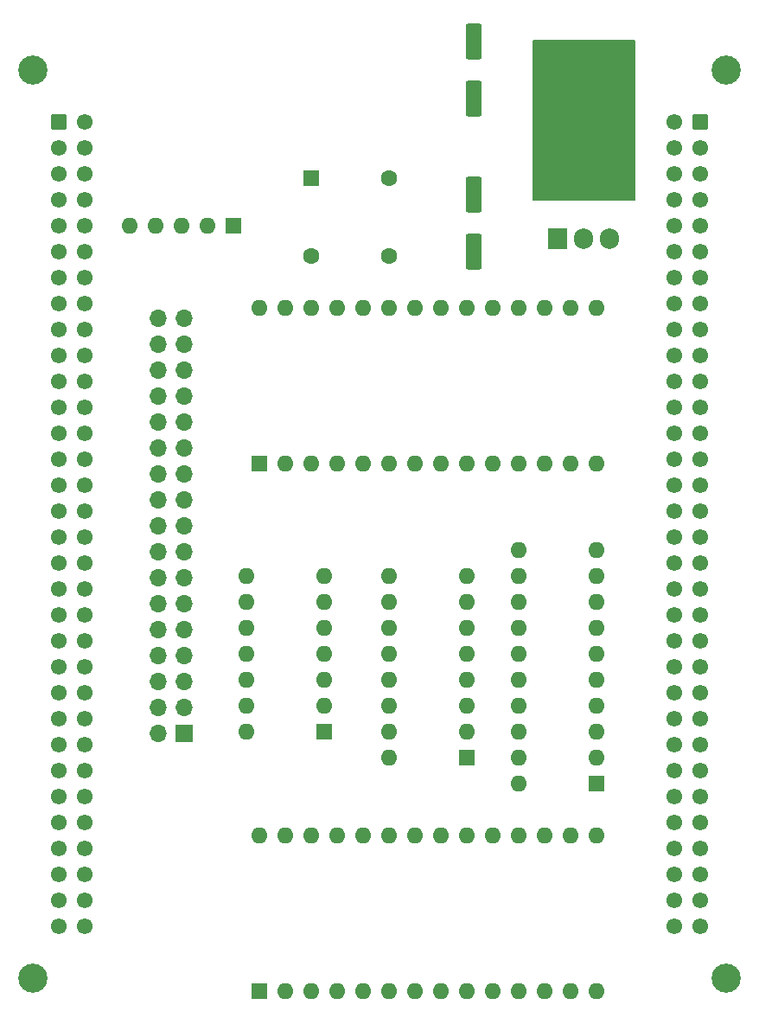
<source format=gts>
%TF.GenerationSoftware,KiCad,Pcbnew,8.0.5+1*%
%TF.CreationDate,2024-11-07T11:26:01+01:00*%
%TF.ProjectId,QL_MiniTrump3,514c5f4d-696e-4695-9472-756d70332e6b,02*%
%TF.SameCoordinates,Original*%
%TF.FileFunction,Soldermask,Top*%
%TF.FilePolarity,Negative*%
%FSLAX46Y46*%
G04 Gerber Fmt 4.6, Leading zero omitted, Abs format (unit mm)*
G04 Created by KiCad (PCBNEW 8.0.5+1) date 2024-11-07 11:26:01*
%MOMM*%
%LPD*%
G01*
G04 APERTURE LIST*
G04 Aperture macros list*
%AMRoundRect*
0 Rectangle with rounded corners*
0 $1 Rounding radius*
0 $2 $3 $4 $5 $6 $7 $8 $9 X,Y pos of 4 corners*
0 Add a 4 corners polygon primitive as box body*
4,1,4,$2,$3,$4,$5,$6,$7,$8,$9,$2,$3,0*
0 Add four circle primitives for the rounded corners*
1,1,$1+$1,$2,$3*
1,1,$1+$1,$4,$5*
1,1,$1+$1,$6,$7*
1,1,$1+$1,$8,$9*
0 Add four rect primitives between the rounded corners*
20,1,$1+$1,$2,$3,$4,$5,0*
20,1,$1+$1,$4,$5,$6,$7,0*
20,1,$1+$1,$6,$7,$8,$9,0*
20,1,$1+$1,$8,$9,$2,$3,0*%
G04 Aperture macros list end*
%ADD10C,0.127000*%
%ADD11O,3.500000X3.500000*%
%ADD12R,1.905000X2.000000*%
%ADD13O,1.905000X2.000000*%
%ADD14R,1.600000X1.600000*%
%ADD15O,1.600000X1.600000*%
%ADD16C,2.850000*%
%ADD17RoundRect,0.249999X-0.525001X0.525001X-0.525001X-0.525001X0.525001X-0.525001X0.525001X0.525001X0*%
%ADD18C,1.550000*%
%ADD19R,1.700000X1.700000*%
%ADD20O,1.700000X1.700000*%
%ADD21RoundRect,0.249999X0.525001X-0.525001X0.525001X0.525001X-0.525001X0.525001X-0.525001X-0.525001X0*%
%ADD22RoundRect,0.250000X-0.550000X1.500000X-0.550000X-1.500000X0.550000X-1.500000X0.550000X1.500000X0*%
%ADD23C,1.600000*%
G04 APERTURE END LIST*
D10*
X179959000Y-46456600D02*
X189890400Y-46456600D01*
X189890400Y-62077600D01*
X179959000Y-62077600D01*
X179959000Y-46456600D01*
G36*
X179959000Y-46456600D02*
G01*
X189890400Y-46456600D01*
X189890400Y-62077600D01*
X179959000Y-62077600D01*
X179959000Y-46456600D01*
G37*
D11*
%TO.C,U18*%
X184912000Y-49253000D03*
D12*
X182372000Y-65913000D03*
D13*
X184912000Y-65913000D03*
X187452000Y-65913000D03*
%TD*%
D14*
%TO.C,U14*%
X153162000Y-139573000D03*
D15*
X155702000Y-139573000D03*
X158242000Y-139573000D03*
X160782000Y-139573000D03*
X163322000Y-139573000D03*
X165862000Y-139573000D03*
X168402000Y-139573000D03*
X170942000Y-139573000D03*
X173482000Y-139573000D03*
X176022000Y-139573000D03*
X178562000Y-139573000D03*
X181102000Y-139573000D03*
X183642000Y-139573000D03*
X186182000Y-139573000D03*
X186182000Y-124333000D03*
X183642000Y-124333000D03*
X181102000Y-124333000D03*
X178562000Y-124333000D03*
X176022000Y-124333000D03*
X173482000Y-124333000D03*
X170942000Y-124333000D03*
X168402000Y-124333000D03*
X165862000Y-124333000D03*
X163322000Y-124333000D03*
X160782000Y-124333000D03*
X158242000Y-124333000D03*
X155702000Y-124333000D03*
X153162000Y-124333000D03*
%TD*%
D16*
%TO.C,J1*%
X130937000Y-138303000D03*
X130937000Y-49403000D03*
D17*
X133477000Y-54483000D03*
D18*
X133477000Y-57023000D03*
X133477000Y-59563000D03*
X133477000Y-62103000D03*
X133477000Y-64643000D03*
X133477000Y-67183000D03*
X133477000Y-69723000D03*
X133477000Y-72263000D03*
X133477000Y-74803000D03*
X133477000Y-77343000D03*
X133477000Y-79883000D03*
X133477000Y-82423000D03*
X133477000Y-84963000D03*
X133477000Y-87503000D03*
X133477000Y-90043000D03*
X133477000Y-92583000D03*
X133477000Y-95123000D03*
X133477000Y-97663000D03*
X133477000Y-100203000D03*
X133477000Y-102743000D03*
X133477000Y-105283000D03*
X133477000Y-107823000D03*
X133477000Y-110363000D03*
X133477000Y-112903000D03*
X133477000Y-115443000D03*
X133477000Y-117983000D03*
X133477000Y-120523000D03*
X133477000Y-123063000D03*
X133477000Y-125603000D03*
X133477000Y-128143000D03*
X133477000Y-130683000D03*
X133477000Y-133223000D03*
X136017000Y-54483000D03*
X136017000Y-57023000D03*
X136017000Y-59563000D03*
X136017000Y-62103000D03*
X136017000Y-64643000D03*
X136017000Y-67183000D03*
X136017000Y-69723000D03*
X136017000Y-72263000D03*
X136017000Y-74803000D03*
X136017000Y-77343000D03*
X136017000Y-79883000D03*
X136017000Y-82423000D03*
X136017000Y-84963000D03*
X136017000Y-87503000D03*
X136017000Y-90043000D03*
X136017000Y-92583000D03*
X136017000Y-95123000D03*
X136017000Y-97663000D03*
X136017000Y-100203000D03*
X136017000Y-102743000D03*
X136017000Y-105283000D03*
X136017000Y-107823000D03*
X136017000Y-110363000D03*
X136017000Y-112903000D03*
X136017000Y-115443000D03*
X136017000Y-117983000D03*
X136017000Y-120523000D03*
X136017000Y-123063000D03*
X136017000Y-125603000D03*
X136017000Y-128143000D03*
X136017000Y-130683000D03*
X136017000Y-133223000D03*
%TD*%
D19*
%TO.C,J2*%
X145796000Y-114300000D03*
D20*
X143256000Y-114300000D03*
X145796000Y-111760000D03*
X143256000Y-111760000D03*
X145796000Y-109220000D03*
X143256000Y-109220000D03*
X145796000Y-106680000D03*
X143256000Y-106680000D03*
X145796000Y-104140000D03*
X143256000Y-104140000D03*
X145796000Y-101600000D03*
X143256000Y-101600000D03*
X145796000Y-99060000D03*
X143256000Y-99060000D03*
X145796000Y-96520000D03*
X143256000Y-96520000D03*
X145796000Y-93980000D03*
X143256000Y-93980000D03*
X145796000Y-91440000D03*
X143256000Y-91440000D03*
X145796000Y-88900000D03*
X143256000Y-88900000D03*
X145796000Y-86360000D03*
X143256000Y-86360000D03*
X145796000Y-83820000D03*
X143256000Y-83820000D03*
X145796000Y-81280000D03*
X143256000Y-81280000D03*
X145796000Y-78740000D03*
X143256000Y-78740000D03*
X145796000Y-76200000D03*
X143256000Y-76200000D03*
X145796000Y-73660000D03*
X143256000Y-73660000D03*
%TD*%
D16*
%TO.C,J3*%
X198882000Y-49393000D03*
X198882000Y-138293000D03*
D21*
X196342000Y-54483000D03*
D18*
X196342000Y-57023000D03*
X196342000Y-59563000D03*
X196342000Y-62103000D03*
X196342000Y-64643000D03*
X196342000Y-67183000D03*
X196342000Y-69723000D03*
X196342000Y-72263000D03*
X196342000Y-74803000D03*
X196342000Y-77343000D03*
X196342000Y-79883000D03*
X196342000Y-82423000D03*
X196342000Y-84963000D03*
X196342000Y-87503000D03*
X196342000Y-90043000D03*
X196342000Y-92583000D03*
X196342000Y-95123000D03*
X196342000Y-97663000D03*
X196342000Y-100203000D03*
X196342000Y-102743000D03*
X196342000Y-105283000D03*
X196342000Y-107823000D03*
X196342000Y-110363000D03*
X196342000Y-112903000D03*
X196342000Y-115443000D03*
X196342000Y-117983000D03*
X196342000Y-120523000D03*
X196342000Y-123063000D03*
X196342000Y-125603000D03*
X196342000Y-128143000D03*
X196342000Y-130683000D03*
X196342000Y-133223000D03*
X193802000Y-54483000D03*
X193802000Y-57023000D03*
X193802000Y-59563000D03*
X193802000Y-62103000D03*
X193802000Y-64643000D03*
X193802000Y-67183000D03*
X193802000Y-69723000D03*
X193802000Y-72263000D03*
X193802000Y-74803000D03*
X193802000Y-77343000D03*
X193802000Y-79883000D03*
X193802000Y-82423000D03*
X193802000Y-84963000D03*
X193802000Y-87503000D03*
X193802000Y-90043000D03*
X193802000Y-92583000D03*
X193802000Y-95123000D03*
X193802000Y-97663000D03*
X193802000Y-100203000D03*
X193802000Y-102743000D03*
X193802000Y-105283000D03*
X193802000Y-107823000D03*
X193802000Y-110363000D03*
X193802000Y-112903000D03*
X193802000Y-115443000D03*
X193802000Y-117983000D03*
X193802000Y-120523000D03*
X193802000Y-123063000D03*
X193802000Y-125603000D03*
X193802000Y-128143000D03*
X193802000Y-130683000D03*
X193802000Y-133223000D03*
%TD*%
D14*
%TO.C,U13*%
X153162000Y-87889000D03*
D15*
X155702000Y-87889000D03*
X158242000Y-87889000D03*
X160782000Y-87889000D03*
X163322000Y-87889000D03*
X165862000Y-87889000D03*
X168402000Y-87889000D03*
X170942000Y-87889000D03*
X173482000Y-87889000D03*
X176022000Y-87889000D03*
X178562000Y-87889000D03*
X181102000Y-87889000D03*
X183642000Y-87889000D03*
X186182000Y-87889000D03*
X186182000Y-72649000D03*
X183642000Y-72649000D03*
X181102000Y-72649000D03*
X178562000Y-72649000D03*
X176022000Y-72649000D03*
X173482000Y-72649000D03*
X170942000Y-72649000D03*
X168402000Y-72649000D03*
X165862000Y-72649000D03*
X163322000Y-72649000D03*
X160782000Y-72649000D03*
X158242000Y-72649000D03*
X155702000Y-72649000D03*
X153162000Y-72649000D03*
%TD*%
D22*
%TO.C,C16*%
X174117000Y-61583000D03*
X174117000Y-67183000D03*
%TD*%
D14*
%TO.C,U1*%
X186182000Y-119253000D03*
D15*
X186182000Y-116713000D03*
X186182000Y-114173000D03*
X186182000Y-111633000D03*
X186182000Y-109093000D03*
X186182000Y-106553000D03*
X186182000Y-104013000D03*
X186182000Y-101473000D03*
X186182000Y-98933000D03*
X186182000Y-96393000D03*
X178562000Y-96393000D03*
X178562000Y-98933000D03*
X178562000Y-101473000D03*
X178562000Y-104013000D03*
X178562000Y-106553000D03*
X178562000Y-109093000D03*
X178562000Y-111633000D03*
X178562000Y-114173000D03*
X178562000Y-116713000D03*
X178562000Y-119253000D03*
%TD*%
D14*
%TO.C,U17*%
X173482000Y-116713000D03*
D15*
X173482000Y-114173000D03*
X173482000Y-111633000D03*
X173482000Y-109093000D03*
X173482000Y-106553000D03*
X173482000Y-104013000D03*
X173482000Y-101473000D03*
X173482000Y-98933000D03*
X165862000Y-98933000D03*
X165862000Y-101473000D03*
X165862000Y-104013000D03*
X165862000Y-106553000D03*
X165862000Y-109093000D03*
X165862000Y-111633000D03*
X165862000Y-114173000D03*
X165862000Y-116713000D03*
%TD*%
D14*
%TO.C,U15*%
X159512000Y-114173000D03*
D15*
X159512000Y-111633000D03*
X159512000Y-109093000D03*
X159512000Y-106553000D03*
X159512000Y-104013000D03*
X159512000Y-101473000D03*
X159512000Y-98933000D03*
X151892000Y-98933000D03*
X151892000Y-101473000D03*
X151892000Y-104013000D03*
X151892000Y-106553000D03*
X151892000Y-109093000D03*
X151892000Y-111633000D03*
X151892000Y-114173000D03*
%TD*%
D14*
%TO.C,X1*%
X158242000Y-59944000D03*
D23*
X158242000Y-67564000D03*
X165862000Y-67564000D03*
X165862000Y-59944000D03*
%TD*%
D14*
%TO.C,RN1*%
X150622000Y-64643000D03*
D15*
X148082000Y-64643000D03*
X145542000Y-64643000D03*
X143002000Y-64643000D03*
X140462000Y-64643000D03*
%TD*%
D22*
%TO.C,C14*%
X174117000Y-46603000D03*
X174117000Y-52203000D03*
%TD*%
M02*

</source>
